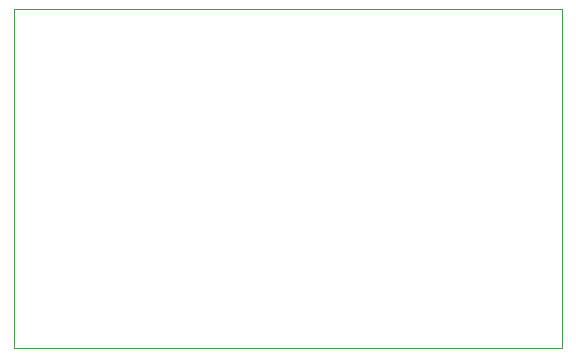
<source format=gbr>
%TF.GenerationSoftware,KiCad,Pcbnew,8.0.3*%
%TF.CreationDate,2024-09-12T16:22:09+02:00*%
%TF.ProjectId,LG-remote,4c472d72-656d-46f7-9465-2e6b69636164,rev?*%
%TF.SameCoordinates,Original*%
%TF.FileFunction,Profile,NP*%
%FSLAX46Y46*%
G04 Gerber Fmt 4.6, Leading zero omitted, Abs format (unit mm)*
G04 Created by KiCad (PCBNEW 8.0.3) date 2024-09-12 16:22:09*
%MOMM*%
%LPD*%
G01*
G04 APERTURE LIST*
%TA.AperFunction,Profile*%
%ADD10C,0.100000*%
%TD*%
G04 APERTURE END LIST*
D10*
X96895000Y-76326000D02*
X143250000Y-76326000D01*
X143250000Y-105000000D01*
X96895000Y-105000000D01*
X96895000Y-76326000D01*
M02*

</source>
